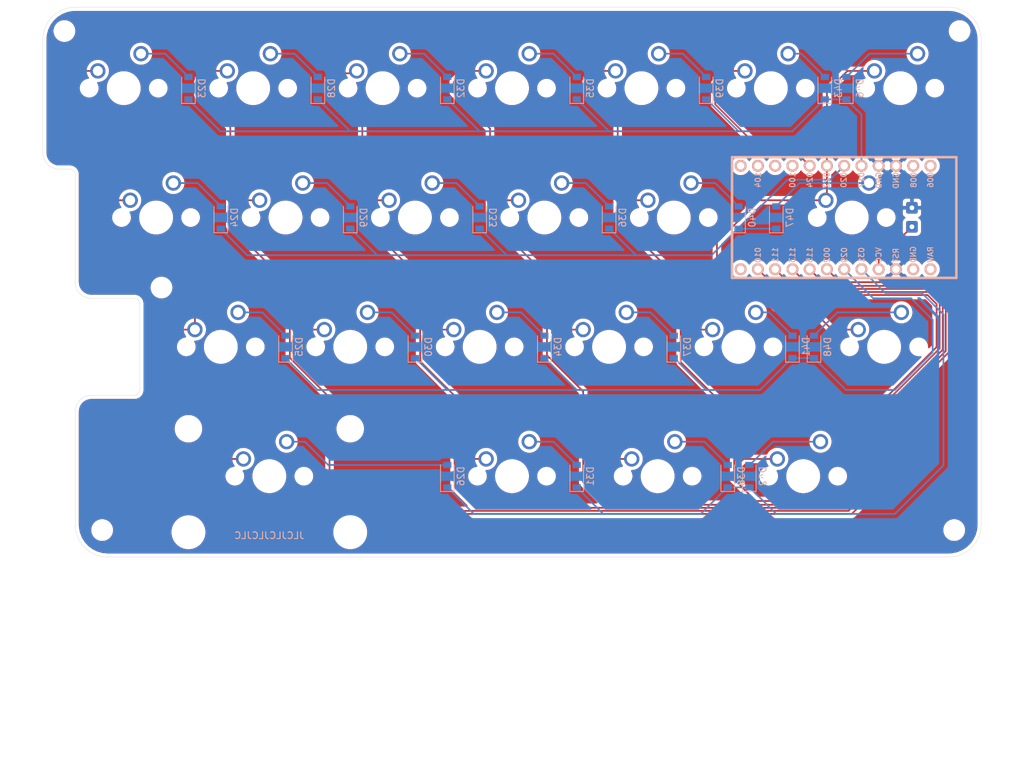
<source format=kicad_pcb>
(kicad_pcb (version 20171130) (host pcbnew 5.1.9)
  (layers (0 F.Cu signal) (31 B.Cu signal) (34 B.Paste user) (35 F.Paste user) (36 B.SilkS user) (37 F.SilkS user) (38 B.Mask user) (39 F.Mask user) (44 Edge.Cuts user))
  (net 0 "")
  (net 1 "Net-(D23-Pad2)")
  (net 2 RRow1)
  (net 3 "Net-(D24-Pad2)")
  (net 4 RRow2)
  (net 5 "Net-(D25-Pad2)")
  (net 6 RRow3)
  (net 7 "Net-(D26-Pad2)")
  (net 8 RRow4)
  (net 9 "Net-(D28-Pad2)")
  (net 10 "Net-(D29-Pad2)")
  (net 11 "Net-(D30-Pad2)")
  (net 12 "Net-(D31-Pad2)")
  (net 13 "Net-(D32-Pad2)")
  (net 14 "Net-(D33-Pad2)")
  (net 15 "Net-(D34-Pad2)")
  (net 16 "Net-(D35-Pad2)")
  (net 17 "Net-(D36-Pad2)")
  (net 18 "Net-(D37-Pad2)")
  (net 19 "Net-(D38-Pad2)")
  (net 20 "Net-(D39-Pad2)")
  (net 21 "Net-(D40-Pad2)")
  (net 22 "Net-(D41-Pad2)")
  (net 23 "Net-(D42-Pad2)")
  (net 24 "Net-(D43-Pad2)")
  (net 25 "Net-(D46-Pad2)")
  (net 26 "Net-(D47-Pad2)")
  (net 27 "Net-(D48-Pad2)")
  (net 28 RCol1)
  (net 29 RCol5)
  (net 30 RCol3)
  (net 31 RCol7)
  (net 32 RCol2)
  (net 33 RCol4)
  (net 34 RCol6)
  (net 35 "Net-(U2-Pad1)")
  (net 36 "Net-(U2-Pad2)")
  (net 37 "Net-(U2-Pad9)")
  (net 38 "Net-(U2-Pad10)")
  (net 39 "Net-(U2-Pad11)")
  (net 40 "Net-(U2-Pad13)")
  (net 41 "Net-(U2-Pad23)")
  (net 42 "Net-(U2-Pad12)")
  (net 43 "Net-(U2-Pad24)")
  (net 44 RGND)
  (net 45 "Net-(RReset1-Pad1)")
  (module split45:rightpaw (layer F.Cu) (at 146.84375 82.55)
    (fp_text reference G*** hide)
    (fp_text value LOGO hide)
  )
  (module split45:leftpaw (layer F.Cu) (at 67.46875 127)
    (fp_text reference G*** hide)
    (fp_text value LOGO hide)
  )
  (module split45:leftpaw (layer F.Cu) (at 46.0375 103.98125)
    (fp_text reference G*** hide)
    (fp_text value LOGO hide)
  )
  (module split45:leftpaw (layer F.Cu) (at 43.65625 100.0125)
    (fp_text reference G*** hide)
    (fp_text value LOGO hide)
  )
  (module MountingHole:MountingHole_2.2mm_M2 (layer F.Cu) (at 34.13125 55.5625)
    (fp_text reference REF** hide)
    (fp_text value MountingHole_2.2mm_M2)
    (pad 1 np_thru_hole circle (at 0 0) (size 2.2 2.2) (drill 2.2) (layers *.Cu *.Mask))
  )
  (module MountingHole:MountingHole_2.2mm_M2 (layer F.Cu) (at 19.84375 17.78)
    (fp_text reference REF** hide)
    (fp_text value MountingHole_2.2mm_M2)
    (pad 1 np_thru_hole circle (at 0 0) (size 2.2 2.2) (drill 2.2) (layers *.Cu *.Mask))
  )
  (module MountingHole:MountingHole_2.2mm_M2 (layer F.Cu) (at 151.60625 17.78)
    (fp_text reference REF** hide)
    (fp_text value MountingHole_2.2mm_M2)
    (pad 1 np_thru_hole circle (at 0 0) (size 2.2 2.2) (drill 2.2) (layers *.Cu *.Mask))
  )
  (module MountingHole:MountingHole_2.2mm_M2 (layer F.Cu) (at 150.8125 91.28125)
    (fp_text reference REF** hide)
    (fp_text value MountingHole_2.2mm_M2)
    (pad 1 np_thru_hole circle (at 0 0) (size 2.2 2.2) (drill 2.2) (layers *.Cu *.Mask))
  )
  (module MountingHole:MountingHole_2.2mm_M2 (layer F.Cu) (at 25.4 91.28125)
    (fp_text reference REF** hide)
    (fp_text value MountingHole_2.2mm_M2)
    (pad 1 np_thru_hole circle (at 0 0) (size 2.2 2.2) (drill 2.2) (layers *.Cu *.Mask))
  )
  (module Connector_Wire:SolderWire-0.15sqmm_1x01_D0.5mm_OD1.5mm (layer F.Cu) (at 144.5895 46.609)
    (fp_text reference RReset1 hide)
    (fp_text value Conn_01x01_Female)
    (pad 1 thru_hole roundrect (at 0 0) (size 1.7 1.7) (drill 0.7) (layers *.Cu *.Mask) (roundrect_rratio 0.1470588235294118) (net 45 "Net-(RReset1-Pad1)"))
  )
  (module Connector_Wire:SolderWire-0.15sqmm_1x01_D0.5mm_OD1.5mm (layer F.Cu) (at 144.5895 43.815)
    (fp_text reference RGND1 hide)
    (fp_text value Conn_01x01_Female)
    (pad 1 thru_hole roundrect (at 0 0) (size 1.7 1.7) (drill 0.7) (layers *.Cu *.Mask) (roundrect_rratio 0.1470588235294118) (net 44 RGND))
  )
  (module nice-nano-kicad:nice_nano (layer F.Cu) (at 133.35 45.24375 180)
    (fp_text reference U2 hide)
    (fp_text value nice_nano hide)
    (fp_text user 008 (at -11.5 5.53719 90) (layer B.SilkS) (effects (font (size 0.8 0.8)) (justify mirror)))
    (fp_text user 020 (at -1.2 5.53719 90) (layer B.SilkS) (effects (font (size 0.8 0.8)) (justify mirror)))
    (fp_text user 017 (at -3.81 5.53719 90) (layer B.SilkS) (effects (font (size 0.8 0.8)) (justify mirror)))
    (fp_text user GND (at -6.35 5.461 90) (layer B.SilkS) (effects (font (size 0.8 0.8)) (justify mirror)))
    (fp_text user GND (at -8.89 5.461 90) (layer B.SilkS) (effects (font (size 0.8 0.8)) (justify mirror)))
    (fp_text user 022 (at 1.3 5.53719 90) (layer B.SilkS) (effects (font (size 0.8 0.8)) (justify mirror)))
    (fp_text user 024 (at 3.8 5.53719 90) (layer B.SilkS) (effects (font (size 0.8 0.8)) (justify mirror)))
    (fp_text user 100 (at 6.35 5.53719 90) (layer B.SilkS) (effects (font (size 0.8 0.8)) (justify mirror)))
    (fp_text user 104 (at 11.43 5.53719 90) (layer B.SilkS) (effects (font (size 0.8 0.8)) (justify mirror)))
    (fp_text user 111 (at 8.89 -5.537191 90) (layer B.SilkS) (effects (font (size 0.8 0.8)) (justify mirror)))
    (fp_text user 113 (at 6.35 -5.537191 90) (layer B.SilkS) (effects (font (size 0.8 0.8)) (justify mirror)))
    (fp_text user 031 (at -3.81 -5.537191 90) (layer B.SilkS) (effects (font (size 0.8 0.8)) (justify mirror)))
    (fp_text user VCC (at -6.35 -5.537191 90) (layer B.SilkS) (effects (font (size 0.8 0.8)) (justify mirror)))
    (fp_text user GND (at -11.43 -5.454667 90) (layer B.SilkS) (effects (font (size 0.8 0.8)) (justify mirror)))
    (fp_text user RAW (at -13.97 -5.473715 90) (layer B.SilkS) (effects (font (size 0.8 0.8)) (justify mirror)))
    (fp_text user 029 (at -1.27 -5.537191 90) (layer B.SilkS) (effects (font (size 0.8 0.8)) (justify mirror)))
    (fp_text user 002 (at 1.27 -5.537191 90) (layer B.SilkS) (effects (font (size 0.8 0.8)) (justify mirror)))
    (fp_text user 115 (at 3.81 -5.537191 90) (layer B.SilkS) (effects (font (size 0.8 0.8)) (justify mirror)))
    (fp_text user 010 (at 11.43 -5.537191 90) (layer B.SilkS) (effects (font (size 0.8 0.8)) (justify mirror)))
    (fp_text user 006 (at -13.97 5.53719 90) (layer B.SilkS) (effects (font (size 0.8 0.8)) (justify mirror)))
    (fp_text user RST (at -8.89 -5.588 90) (layer B.SilkS) (effects (font (size 0.8 0.8)) (justify mirror)))
    (pad 1 thru_hole circle (at -13.97 7.62 180) (size 1.7526 1.7526) (drill 1.0922) (layers *.Cu *.Mask B.SilkS) (net 35 "Net-(U2-Pad1)"))
    (pad 2 thru_hole circle (at -11.43 7.62 180) (size 1.7526 1.7526) (drill 1.0922) (layers *.Cu *.Mask B.SilkS) (net 36 "Net-(U2-Pad2)"))
    (pad 3 thru_hole circle (at -8.89 7.62 180) (size 1.7526 1.7526) (drill 1.0922) (layers *.Cu *.Mask B.SilkS) (net 44 RGND))
    (pad 4 thru_hole circle (at -6.35 7.62 180) (size 1.7526 1.7526) (drill 1.0922) (layers *.Cu *.Mask B.SilkS) (net 44 RGND))
    (pad 5 thru_hole circle (at -3.81 7.62 180) (size 1.7526 1.7526) (drill 1.0922) (layers *.Cu *.Mask B.SilkS) (net 2 RRow1))
    (pad 6 thru_hole circle (at -1.27 7.62 180) (size 1.7526 1.7526) (drill 1.0922) (layers *.Cu *.Mask B.SilkS) (net 4 RRow2))
    (pad 7 thru_hole circle (at 1.27 7.62 180) (size 1.7526 1.7526) (drill 1.0922) (layers *.Cu *.Mask B.SilkS) (net 31 RCol7))
    (pad 8 thru_hole circle (at 3.81 7.62 180) (size 1.7526 1.7526) (drill 1.0922) (layers *.Cu *.Mask B.SilkS) (net 34 RCol6))
    (pad 9 thru_hole circle (at 6.35 7.62 180) (size 1.7526 1.7526) (drill 1.0922) (layers *.Cu *.Mask B.SilkS) (net 37 "Net-(U2-Pad9)"))
    (pad 10 thru_hole circle (at 8.89 7.62 180) (size 1.7526 1.7526) (drill 1.0922) (layers *.Cu *.Mask B.SilkS) (net 38 "Net-(U2-Pad10)"))
    (pad 11 thru_hole circle (at 11.43 7.62 180) (size 1.7526 1.7526) (drill 1.0922) (layers *.Cu *.Mask B.SilkS) (net 39 "Net-(U2-Pad11)"))
    (pad 13 thru_hole circle (at 13.97 -7.62 180) (size 1.7526 1.7526) (drill 1.0922) (layers *.Cu *.Mask B.SilkS) (net 40 "Net-(U2-Pad13)"))
    (pad 14 thru_hole circle (at 11.43 -7.62 180) (size 1.7526 1.7526) (drill 1.0922) (layers *.Cu *.Mask B.SilkS) (net 29 RCol5))
    (pad 15 thru_hole circle (at 8.89 -7.62 180) (size 1.7526 1.7526) (drill 1.0922) (layers *.Cu *.Mask B.SilkS) (net 33 RCol4))
    (pad 16 thru_hole circle (at 6.35 -7.62 180) (size 1.7526 1.7526) (drill 1.0922) (layers *.Cu *.Mask B.SilkS) (net 30 RCol3))
    (pad 17 thru_hole circle (at 3.81 -7.62 180) (size 1.7526 1.7526) (drill 1.0922) (layers *.Cu *.Mask B.SilkS) (net 32 RCol2))
    (pad 18 thru_hole circle (at 1.27 -7.62 180) (size 1.7526 1.7526) (drill 1.0922) (layers *.Cu *.Mask B.SilkS) (net 28 RCol1))
    (pad 19 thru_hole circle (at -1.27 -7.62 180) (size 1.7526 1.7526) (drill 1.0922) (layers *.Cu *.Mask B.SilkS) (net 6 RRow3))
    (pad 20 thru_hole circle (at -3.81 -7.62 180) (size 1.7526 1.7526) (drill 1.0922) (layers *.Cu *.Mask B.SilkS) (net 8 RRow4))
    (pad 21 thru_hole circle (at -6.35 -7.62 180) (size 1.7526 1.7526) (drill 1.0922) (layers *.Cu *.Mask B.SilkS) (net 45 "Net-(RReset1-Pad1)"))
    (pad 22 thru_hole circle (at -8.89 -7.62 180) (size 1.7526 1.7526) (drill 1.0922) (layers *.Cu *.Mask B.SilkS) (net 44 RGND))
    (pad 23 thru_hole circle (at -11.43 -7.62 180) (size 1.7526 1.7526) (drill 1.0922) (layers *.Cu *.Mask B.SilkS) (net 41 "Net-(U2-Pad23)"))
    (pad 12 thru_hole circle (at 13.97 7.62 180) (size 1.7526 1.7526) (drill 1.0922) (layers *.Cu *.Mask B.SilkS) (net 42 "Net-(U2-Pad12)"))
    (pad 24 thru_hole circle (at -13.97 -7.62 180) (size 1.7526 1.7526) (drill 1.0922) (layers *.Cu *.Mask B.SilkS) (net 43 "Net-(U2-Pad24)"))
  )
  (module MX_Alps_Hybrid:MXOnly-1U-NoLED (layer F.Cu) (at 128.5875 83.34375)
    (fp_text reference MXR4,5)
    (fp_text value MX-NoLED)
    (pad 2 thru_hole circle (at 2.54 -5.08) (size 2.25 2.25) (drill 1.47) (layers *.Cu B.Mask) (net 23 "Net-(D42-Pad2)"))
    (pad "" np_thru_hole circle (at 0 0) (size 3.9878 3.9878) (drill 3.9878) (layers *.Cu *.Mask))
    (pad 1 thru_hole circle (at -3.81 -2.54) (size 2.25 2.25) (drill 1.47) (layers *.Cu B.Mask) (net 29 RCol5))
    (pad "" np_thru_hole circle (at -5.08 0 48.0996) (size 1.75 1.75) (drill 1.75) (layers *.Cu *.Mask))
    (pad "" np_thru_hole circle (at 5.08 0 48.0996) (size 1.75 1.75) (drill 1.75) (layers *.Cu *.Mask))
  )
  (module MX_Alps_Hybrid:MXOnly-1.25U-NoLED (layer F.Cu) (at 107.15625 83.34375)
    (fp_text reference MXR4,4)
    (fp_text value MX-NoLED)
    (pad 2 thru_hole circle (at 2.54 -5.08) (size 2.25 2.25) (drill 1.47) (layers *.Cu B.Mask) (net 19 "Net-(D38-Pad2)"))
    (pad "" np_thru_hole circle (at 0 0) (size 3.9878 3.9878) (drill 3.9878) (layers *.Cu *.Mask))
    (pad 1 thru_hole circle (at -3.81 -2.54) (size 2.25 2.25) (drill 1.47) (layers *.Cu B.Mask) (net 33 RCol4))
    (pad "" np_thru_hole circle (at -5.08 0 48.0996) (size 1.75 1.75) (drill 1.75) (layers *.Cu *.Mask))
    (pad "" np_thru_hole circle (at 5.08 0 48.0996) (size 1.75 1.75) (drill 1.75) (layers *.Cu *.Mask))
  )
  (module MX_Alps_Hybrid:MXOnly-2.75U-NoLED (layer F.Cu) (at 50.00625 83.34375)
    (fp_text reference MXR4,1)
    (fp_text value MX-NoLED)
    (pad 2 thru_hole circle (at 2.54 -5.08) (size 2.25 2.25) (drill 1.47) (layers *.Cu B.Mask) (net 7 "Net-(D26-Pad2)"))
    (pad "" np_thru_hole circle (at 0 0) (size 3.9878 3.9878) (drill 3.9878) (layers *.Cu *.Mask))
    (pad 1 thru_hole circle (at -3.81 -2.54) (size 2.25 2.25) (drill 1.47) (layers *.Cu B.Mask) (net 28 RCol1))
    (pad "" np_thru_hole circle (at -5.08 0 48.0996) (size 1.75 1.75) (drill 1.75) (layers *.Cu *.Mask))
    (pad "" np_thru_hole circle (at 5.08 0 48.0996) (size 1.75 1.75) (drill 1.75) (layers *.Cu *.Mask))
    (pad "" np_thru_hole circle (at -11.90625 -6.985) (size 3.048 3.048) (drill 3.048) (layers *.Cu *.Mask))
    (pad "" np_thru_hole circle (at 11.90625 -6.985) (size 3.048 3.048) (drill 3.048) (layers *.Cu *.Mask))
    (pad "" np_thru_hole circle (at -11.90625 8.255) (size 3.9878 3.9878) (drill 3.9878) (layers *.Cu *.Mask))
    (pad "" np_thru_hole circle (at 11.90625 8.255) (size 3.9878 3.9878) (drill 3.9878) (layers *.Cu *.Mask))
  )
  (module MX_Alps_Hybrid:MXOnly-1U-NoLED (layer F.Cu) (at 85.725 83.34375)
    (fp_text reference MXR4,3)
    (fp_text value MX-NoLED)
    (pad 2 thru_hole circle (at 2.54 -5.08) (size 2.25 2.25) (drill 1.47) (layers *.Cu B.Mask) (net 12 "Net-(D31-Pad2)"))
    (pad "" np_thru_hole circle (at 0 0) (size 3.9878 3.9878) (drill 3.9878) (layers *.Cu *.Mask))
    (pad 1 thru_hole circle (at -3.81 -2.54) (size 2.25 2.25) (drill 1.47) (layers *.Cu B.Mask) (net 30 RCol3))
    (pad "" np_thru_hole circle (at -5.08 0 48.0996) (size 1.75 1.75) (drill 1.75) (layers *.Cu *.Mask))
    (pad "" np_thru_hole circle (at 5.08 0 48.0996) (size 1.75 1.75) (drill 1.75) (layers *.Cu *.Mask))
  )
  (module MX_Alps_Hybrid:MXOnly-1U-NoLED (layer F.Cu) (at 100.0125 64.29375)
    (fp_text reference MXR3,4)
    (fp_text value MX-NoLED)
    (pad 2 thru_hole circle (at 2.54 -5.08) (size 2.25 2.25) (drill 1.47) (layers *.Cu B.Mask) (net 18 "Net-(D37-Pad2)"))
    (pad "" np_thru_hole circle (at 0 0) (size 3.9878 3.9878) (drill 3.9878) (layers *.Cu *.Mask))
    (pad 1 thru_hole circle (at -3.81 -2.54) (size 2.25 2.25) (drill 1.47) (layers *.Cu B.Mask) (net 33 RCol4))
    (pad "" np_thru_hole circle (at -5.08 0 48.0996) (size 1.75 1.75) (drill 1.75) (layers *.Cu *.Mask))
    (pad "" np_thru_hole circle (at 5.08 0 48.0996) (size 1.75 1.75) (drill 1.75) (layers *.Cu *.Mask))
  )
  (module MX_Alps_Hybrid:MXOnly-1U-NoLED (layer F.Cu) (at 119.0625 64.29375)
    (fp_text reference MXR3,5)
    (fp_text value MX-NoLED)
    (pad 2 thru_hole circle (at 2.54 -5.08) (size 2.25 2.25) (drill 1.47) (layers *.Cu B.Mask) (net 22 "Net-(D41-Pad2)"))
    (pad "" np_thru_hole circle (at 0 0) (size 3.9878 3.9878) (drill 3.9878) (layers *.Cu *.Mask))
    (pad 1 thru_hole circle (at -3.81 -2.54) (size 2.25 2.25) (drill 1.47) (layers *.Cu B.Mask) (net 29 RCol5))
    (pad "" np_thru_hole circle (at -5.08 0 48.0996) (size 1.75 1.75) (drill 1.75) (layers *.Cu *.Mask))
    (pad "" np_thru_hole circle (at 5.08 0 48.0996) (size 1.75 1.75) (drill 1.75) (layers *.Cu *.Mask))
  )
  (module MX_Alps_Hybrid:MXOnly-1.25U-NoLED (layer F.Cu) (at 140.49375 64.29375)
    (fp_text reference MXR3,7)
    (fp_text value MX-NoLED)
    (pad 2 thru_hole circle (at 2.54 -5.08) (size 2.25 2.25) (drill 1.47) (layers *.Cu B.Mask) (net 27 "Net-(D48-Pad2)"))
    (pad "" np_thru_hole circle (at 0 0) (size 3.9878 3.9878) (drill 3.9878) (layers *.Cu *.Mask))
    (pad 1 thru_hole circle (at -3.81 -2.54) (size 2.25 2.25) (drill 1.47) (layers *.Cu B.Mask) (net 31 RCol7))
    (pad "" np_thru_hole circle (at -5.08 0 48.0996) (size 1.75 1.75) (drill 1.75) (layers *.Cu *.Mask))
    (pad "" np_thru_hole circle (at 5.08 0 48.0996) (size 1.75 1.75) (drill 1.75) (layers *.Cu *.Mask))
  )
  (module MX_Alps_Hybrid:MXOnly-1U-NoLED (layer F.Cu) (at 80.9625 64.29375)
    (fp_text reference MXR3,3)
    (fp_text value MX-NoLED)
    (pad 2 thru_hole circle (at 2.54 -5.08) (size 2.25 2.25) (drill 1.47) (layers *.Cu B.Mask) (net 15 "Net-(D34-Pad2)"))
    (pad "" np_thru_hole circle (at 0 0) (size 3.9878 3.9878) (drill 3.9878) (layers *.Cu *.Mask))
    (pad 1 thru_hole circle (at -3.81 -2.54) (size 2.25 2.25) (drill 1.47) (layers *.Cu B.Mask) (net 30 RCol3))
    (pad "" np_thru_hole circle (at -5.08 0 48.0996) (size 1.75 1.75) (drill 1.75) (layers *.Cu *.Mask))
    (pad "" np_thru_hole circle (at 5.08 0 48.0996) (size 1.75 1.75) (drill 1.75) (layers *.Cu *.Mask))
  )
  (module MX_Alps_Hybrid:MXOnly-1U-NoLED (layer F.Cu) (at 61.9125 64.29375)
    (fp_text reference MXR3,2)
    (fp_text value MX-NoLED)
    (pad 2 thru_hole circle (at 2.54 -5.08) (size 2.25 2.25) (drill 1.47) (layers *.Cu B.Mask) (net 11 "Net-(D30-Pad2)"))
    (pad "" np_thru_hole circle (at 0 0) (size 3.9878 3.9878) (drill 3.9878) (layers *.Cu *.Mask))
    (pad 1 thru_hole circle (at -3.81 -2.54) (size 2.25 2.25) (drill 1.47) (layers *.Cu B.Mask) (net 32 RCol2))
    (pad "" np_thru_hole circle (at -5.08 0 48.0996) (size 1.75 1.75) (drill 1.75) (layers *.Cu *.Mask))
    (pad "" np_thru_hole circle (at 5.08 0 48.0996) (size 1.75 1.75) (drill 1.75) (layers *.Cu *.Mask))
  )
  (module MX_Alps_Hybrid:MXOnly-1U-NoLED (layer F.Cu) (at 42.8625 64.29375)
    (fp_text reference MXR3,1)
    (fp_text value MX-NoLED)
    (pad 2 thru_hole circle (at 2.54 -5.08) (size 2.25 2.25) (drill 1.47) (layers *.Cu B.Mask) (net 5 "Net-(D25-Pad2)"))
    (pad "" np_thru_hole circle (at 0 0) (size 3.9878 3.9878) (drill 3.9878) (layers *.Cu *.Mask))
    (pad 1 thru_hole circle (at -3.81 -2.54) (size 2.25 2.25) (drill 1.47) (layers *.Cu B.Mask) (net 28 RCol1))
    (pad "" np_thru_hole circle (at -5.08 0 48.0996) (size 1.75 1.75) (drill 1.75) (layers *.Cu *.Mask))
    (pad "" np_thru_hole circle (at 5.08 0 48.0996) (size 1.75 1.75) (drill 1.75) (layers *.Cu *.Mask))
  )
  (module MX_Alps_Hybrid:MXOnly-1U-NoLED (layer F.Cu) (at 52.3875 45.24375)
    (fp_text reference MXR2,2)
    (fp_text value MX-NoLED)
    (pad 2 thru_hole circle (at 2.54 -5.08) (size 2.25 2.25) (drill 1.47) (layers *.Cu B.Mask) (net 10 "Net-(D29-Pad2)"))
    (pad "" np_thru_hole circle (at 0 0) (size 3.9878 3.9878) (drill 3.9878) (layers *.Cu *.Mask))
    (pad 1 thru_hole circle (at -3.81 -2.54) (size 2.25 2.25) (drill 1.47) (layers *.Cu B.Mask) (net 32 RCol2))
    (pad "" np_thru_hole circle (at -5.08 0 48.0996) (size 1.75 1.75) (drill 1.75) (layers *.Cu *.Mask))
    (pad "" np_thru_hole circle (at 5.08 0 48.0996) (size 1.75 1.75) (drill 1.75) (layers *.Cu *.Mask))
  )
  (module MX_Alps_Hybrid:MXOnly-1.75U-NoLED (layer F.Cu) (at 135.73125 45.24375)
    (fp_text reference MXR2,7)
    (fp_text value MX-NoLED)
    (pad 2 thru_hole circle (at 2.54 -5.08) (size 2.25 2.25) (drill 1.47) (layers *.Cu B.Mask) (net 26 "Net-(D47-Pad2)"))
    (pad "" np_thru_hole circle (at 0 0) (size 3.9878 3.9878) (drill 3.9878) (layers *.Cu *.Mask))
    (pad 1 thru_hole circle (at -3.81 -2.54) (size 2.25 2.25) (drill 1.47) (layers *.Cu B.Mask) (net 31 RCol7))
    (pad "" np_thru_hole circle (at -5.08 0 48.0996) (size 1.75 1.75) (drill 1.75) (layers *.Cu *.Mask))
    (pad "" np_thru_hole circle (at 5.08 0 48.0996) (size 1.75 1.75) (drill 1.75) (layers *.Cu *.Mask))
  )
  (module MX_Alps_Hybrid:MXOnly-1U-NoLED (layer F.Cu) (at 33.3375 45.24375)
    (fp_text reference MXR2,1)
    (fp_text value MX-NoLED)
    (pad 2 thru_hole circle (at 2.54 -5.08) (size 2.25 2.25) (drill 1.47) (layers *.Cu B.Mask) (net 3 "Net-(D24-Pad2)"))
    (pad "" np_thru_hole circle (at 0 0) (size 3.9878 3.9878) (drill 3.9878) (layers *.Cu *.Mask))
    (pad 1 thru_hole circle (at -3.81 -2.54) (size 2.25 2.25) (drill 1.47) (layers *.Cu B.Mask) (net 28 RCol1))
    (pad "" np_thru_hole circle (at -5.08 0 48.0996) (size 1.75 1.75) (drill 1.75) (layers *.Cu *.Mask))
    (pad "" np_thru_hole circle (at 5.08 0 48.0996) (size 1.75 1.75) (drill 1.75) (layers *.Cu *.Mask))
  )
  (module MX_Alps_Hybrid:MXOnly-1U-NoLED (layer F.Cu) (at 109.5375 45.24375)
    (fp_text reference MXR2,5)
    (fp_text value MX-NoLED)
    (pad 2 thru_hole circle (at 2.54 -5.08) (size 2.25 2.25) (drill 1.47) (layers *.Cu B.Mask) (net 21 "Net-(D40-Pad2)"))
    (pad "" np_thru_hole circle (at 0 0) (size 3.9878 3.9878) (drill 3.9878) (layers *.Cu *.Mask))
    (pad 1 thru_hole circle (at -3.81 -2.54) (size 2.25 2.25) (drill 1.47) (layers *.Cu B.Mask) (net 29 RCol5))
    (pad "" np_thru_hole circle (at -5.08 0 48.0996) (size 1.75 1.75) (drill 1.75) (layers *.Cu *.Mask))
    (pad "" np_thru_hole circle (at 5.08 0 48.0996) (size 1.75 1.75) (drill 1.75) (layers *.Cu *.Mask))
  )
  (module MX_Alps_Hybrid:MXOnly-1U-NoLED (layer F.Cu) (at 90.4875 45.24375)
    (fp_text reference MXR2,4)
    (fp_text value MX-NoLED)
    (pad 2 thru_hole circle (at 2.54 -5.08) (size 2.25 2.25) (drill 1.47) (layers *.Cu B.Mask) (net 17 "Net-(D36-Pad2)"))
    (pad "" np_thru_hole circle (at 0 0) (size 3.9878 3.9878) (drill 3.9878) (layers *.Cu *.Mask))
    (pad 1 thru_hole circle (at -3.81 -2.54) (size 2.25 2.25) (drill 1.47) (layers *.Cu B.Mask) (net 33 RCol4))
    (pad "" np_thru_hole circle (at -5.08 0 48.0996) (size 1.75 1.75) (drill 1.75) (layers *.Cu *.Mask))
    (pad "" np_thru_hole circle (at 5.08 0 48.0996) (size 1.75 1.75) (drill 1.75) (layers *.Cu *.Mask))
  )
  (module MX_Alps_Hybrid:MXOnly-1U-NoLED (layer F.Cu) (at 71.4375 45.24375)
    (fp_text reference MXR2,3)
    (fp_text value MX-NoLED)
    (pad 2 thru_hole circle (at 2.54 -5.08) (size 2.25 2.25) (drill 1.47) (layers *.Cu B.Mask) (net 14 "Net-(D33-Pad2)"))
    (pad "" np_thru_hole circle (at 0 0) (size 3.9878 3.9878) (drill 3.9878) (layers *.Cu *.Mask))
    (pad 1 thru_hole circle (at -3.81 -2.54) (size 2.25 2.25) (drill 1.47) (layers *.Cu B.Mask) (net 30 RCol3))
    (pad "" np_thru_hole circle (at -5.08 0 48.0996) (size 1.75 1.75) (drill 1.75) (layers *.Cu *.Mask))
    (pad "" np_thru_hole circle (at 5.08 0 48.0996) (size 1.75 1.75) (drill 1.75) (layers *.Cu *.Mask))
  )
  (module MX_Alps_Hybrid:MXOnly-1U-NoLED (layer F.Cu) (at 123.825 26.19375)
    (fp_text reference MXR1,6)
    (fp_text value MX-NoLED)
    (pad 2 thru_hole circle (at 2.54 -5.08) (size 2.25 2.25) (drill 1.47) (layers *.Cu B.Mask) (net 24 "Net-(D43-Pad2)"))
    (pad "" np_thru_hole circle (at 0 0) (size 3.9878 3.9878) (drill 3.9878) (layers *.Cu *.Mask))
    (pad 1 thru_hole circle (at -3.81 -2.54) (size 2.25 2.25) (drill 1.47) (layers *.Cu B.Mask) (net 34 RCol6))
    (pad "" np_thru_hole circle (at -5.08 0 48.0996) (size 1.75 1.75) (drill 1.75) (layers *.Cu *.Mask))
    (pad "" np_thru_hole circle (at 5.08 0 48.0996) (size 1.75 1.75) (drill 1.75) (layers *.Cu *.Mask))
  )
  (module MX_Alps_Hybrid:MXOnly-1U-NoLED (layer F.Cu) (at 85.725 26.19375)
    (fp_text reference MXR1,4)
    (fp_text value MX-NoLED)
    (pad 2 thru_hole circle (at 2.54 -5.08) (size 2.25 2.25) (drill 1.47) (layers *.Cu B.Mask) (net 16 "Net-(D35-Pad2)"))
    (pad "" np_thru_hole circle (at 0 0) (size 3.9878 3.9878) (drill 3.9878) (layers *.Cu *.Mask))
    (pad 1 thru_hole circle (at -3.81 -2.54) (size 2.25 2.25) (drill 1.47) (layers *.Cu B.Mask) (net 33 RCol4))
    (pad "" np_thru_hole circle (at -5.08 0 48.0996) (size 1.75 1.75) (drill 1.75) (layers *.Cu *.Mask))
    (pad "" np_thru_hole circle (at 5.08 0 48.0996) (size 1.75 1.75) (drill 1.75) (layers *.Cu *.Mask))
  )
  (module MX_Alps_Hybrid:MXOnly-1U-NoLED (layer F.Cu) (at 47.625 26.19375)
    (fp_text reference MXR1,2)
    (fp_text value MX-NoLED)
    (pad 2 thru_hole circle (at 2.54 -5.08) (size 2.25 2.25) (drill 1.47) (layers *.Cu B.Mask) (net 9 "Net-(D28-Pad2)"))
    (pad "" np_thru_hole circle (at 0 0) (size 3.9878 3.9878) (drill 3.9878) (layers *.Cu *.Mask))
    (pad 1 thru_hole circle (at -3.81 -2.54) (size 2.25 2.25) (drill 1.47) (layers *.Cu B.Mask) (net 32 RCol2))
    (pad "" np_thru_hole circle (at -5.08 0 48.0996) (size 1.75 1.75) (drill 1.75) (layers *.Cu *.Mask))
    (pad "" np_thru_hole circle (at 5.08 0 48.0996) (size 1.75 1.75) (drill 1.75) (layers *.Cu *.Mask))
  )
  (module MX_Alps_Hybrid:MXOnly-1U-NoLED (layer F.Cu) (at 142.875 26.19375)
    (fp_text reference MXR1,7)
    (fp_text value MX-NoLED)
    (pad 2 thru_hole circle (at 2.54 -5.08) (size 2.25 2.25) (drill 1.47) (layers *.Cu B.Mask) (net 25 "Net-(D46-Pad2)"))
    (pad "" np_thru_hole circle (at 0 0) (size 3.9878 3.9878) (drill 3.9878) (layers *.Cu *.Mask))
    (pad 1 thru_hole circle (at -3.81 -2.54) (size 2.25 2.25) (drill 1.47) (layers *.Cu B.Mask) (net 31 RCol7))
    (pad "" np_thru_hole circle (at -5.08 0 48.0996) (size 1.75 1.75) (drill 1.75) (layers *.Cu *.Mask))
    (pad "" np_thru_hole circle (at 5.08 0 48.0996) (size 1.75 1.75) (drill 1.75) (layers *.Cu *.Mask))
  )
  (module MX_Alps_Hybrid:MXOnly-1U-NoLED (layer F.Cu) (at 66.675 26.19375)
    (fp_text reference MXR1,3)
    (fp_text value MX-NoLED)
    (pad 2 thru_hole circle (at 2.54 -5.08) (size 2.25 2.25) (drill 1.47) (layers *.Cu B.Mask) (net 13 "Net-(D32-Pad2)"))
    (pad "" np_thru_hole circle (at 0 0) (size 3.9878 3.9878) (drill 3.9878) (layers *.Cu *.Mask))
    (pad 1 thru_hole circle (at -3.81 -2.54) (size 2.25 2.25) (drill 1.47) (layers *.Cu B.Mask) (net 30 RCol3))
    (pad "" np_thru_hole circle (at -5.08 0 48.0996) (size 1.75 1.75) (drill 1.75) (layers *.Cu *.Mask))
    (pad "" np_thru_hole circle (at 5.08 0 48.0996) (size 1.75 1.75) (drill 1.75) (layers *.Cu *.Mask))
  )
  (module MX_Alps_Hybrid:MXOnly-1U-NoLED (layer F.Cu) (at 104.775 26.19375)
    (fp_text reference MXR1,5)
    (fp_text value MX-NoLED)
    (pad 2 thru_hole circle (at 2.54 -5.08) (size 2.25 2.25) (drill 1.47) (layers *.Cu B.Mask) (net 20 "Net-(D39-Pad2)"))
    (pad "" np_thru_hole circle (at 0 0) (size 3.9878 3.9878) (drill 3.9878) (layers *.Cu *.Mask))
    (pad 1 thru_hole circle (at -3.81 -2.54) (size 2.25 2.25) (drill 1.47) (layers *.Cu B.Mask) (net 29 RCol5))
    (pad "" np_thru_hole circle (at -5.08 0 48.0996) (size 1.75 1.75) (drill 1.75) (layers *.Cu *.Mask))
    (pad "" np_thru_hole circle (at 5.08 0 48.0996) (size 1.75 1.75) (drill 1.75) (layers *.Cu *.Mask))
  )
  (module MX_Alps_Hybrid:MXOnly-1U-NoLED (layer F.Cu) (at 28.575 26.19375)
    (fp_text reference MXR1,1)
    (fp_text value MX-NoLED)
    (pad 2 thru_hole circle (at 2.54 -5.08) (size 2.25 2.25) (drill 1.47) (layers *.Cu B.Mask) (net 1 "Net-(D23-Pad2)"))
    (pad "" np_thru_hole circle (at 0 0) (size 3.9878 3.9878) (drill 3.9878) (layers *.Cu *.Mask))
    (pad 1 thru_hole circle (at -3.81 -2.54) (size 2.25 2.25) (drill 1.47) (layers *.Cu B.Mask) (net 28 RCol1))
    (pad "" np_thru_hole circle (at -5.08 0 48.0996) (size 1.75 1.75) (drill 1.75) (layers *.Cu *.Mask))
    (pad "" np_thru_hole circle (at 5.08 0 48.0996) (size 1.75 1.75) (drill 1.75) (layers *.Cu *.Mask))
  )
  (module Diode_SMD:D_SOD-123 (layer B.Cu) (at 130.175 64.29375 90)
    (fp_text reference D48 (at 0 2 90) (layer B.SilkS) (effects (justify mirror)))
    (fp_text value D_SOD-123)
    (pad 2 smd rect (at 1.65 0 90) (size 0.9 1.2) (layers B.Cu B.Paste B.Mask) (net 27 "Net-(D48-Pad2)"))
    (pad 1 smd rect (at -1.65 0 90) (size 0.9 1.2) (layers B.Cu B.Paste B.Mask) (net 6 RRow3))
  )
  (module Diode_SMD:D_SOD-123 (layer B.Cu) (at 124.61875 45.24375 90)
    (fp_text reference D47 (at 0 2 90) (layer B.SilkS) (effects (justify mirror)))
    (fp_text value D_SOD-123)
    (pad 2 smd rect (at 1.65 0 90) (size 0.9 1.2) (layers B.Cu B.Paste B.Mask) (net 26 "Net-(D47-Pad2)"))
    (pad 1 smd rect (at -1.65 0 90) (size 0.9 1.2) (layers B.Cu B.Paste B.Mask) (net 4 RRow2))
  )
  (module Diode_SMD:D_SOD-123 (layer B.Cu) (at 134.9375 26.19375 90)
    (fp_text reference D46 (at 0 2 90) (layer B.SilkS) (effects (justify mirror)))
    (fp_text value D_SOD-123)
    (pad 2 smd rect (at 1.65 0 90) (size 0.9 1.2) (layers B.Cu B.Paste B.Mask) (net 25 "Net-(D46-Pad2)"))
    (pad 1 smd rect (at -1.65 0 90) (size 0.9 1.2) (layers B.Cu B.Paste B.Mask) (net 2 RRow1))
  )
  (module Diode_SMD:D_SOD-123 (layer B.Cu) (at 131.7625 26.19375 90)
    (fp_text reference D43 (at 0 2 90) (layer B.SilkS) (effects (justify mirror)))
    (fp_text value D_SOD-123)
    (pad 2 smd rect (at 1.65 0 90) (size 0.9 1.2) (layers B.Cu B.Paste B.Mask) (net 24 "Net-(D43-Pad2)"))
    (pad 1 smd rect (at -1.65 0 90) (size 0.9 1.2) (layers B.Cu B.Paste B.Mask) (net 2 RRow1))
  )
  (module Diode_SMD:D_SOD-123 (layer B.Cu) (at 120.65 83.34375 90)
    (fp_text reference D42 (at 0 2 90) (layer B.SilkS) (effects (justify mirror)))
    (fp_text value D_SOD-123)
    (pad 2 smd rect (at 1.65 0 90) (size 0.9 1.2) (layers B.Cu B.Paste B.Mask) (net 23 "Net-(D42-Pad2)"))
    (pad 1 smd rect (at -1.65 0 90) (size 0.9 1.2) (layers B.Cu B.Paste B.Mask) (net 8 RRow4))
  )
  (module Diode_SMD:D_SOD-123 (layer B.Cu) (at 127 64.29375 90)
    (fp_text reference D41 (at 0 2 90) (layer B.SilkS) (effects (justify mirror)))
    (fp_text value D_SOD-123)
    (pad 2 smd rect (at 1.65 0 90) (size 0.9 1.2) (layers B.Cu B.Paste B.Mask) (net 22 "Net-(D41-Pad2)"))
    (pad 1 smd rect (at -1.65 0 90) (size 0.9 1.2) (layers B.Cu B.Paste B.Mask) (net 6 RRow3))
  )
  (module Diode_SMD:D_SOD-123 (layer B.Cu) (at 119.0625 45.24375 90)
    (fp_text reference D40 (at 0 2 90) (layer B.SilkS) (effects (justify mirror)))
    (fp_text value D_SOD-123)
    (pad 2 smd rect (at 1.65 0 90) (size 0.9 1.2) (layers B.Cu B.Paste B.Mask) (net 21 "Net-(D40-Pad2)"))
    (pad 1 smd rect (at -1.65 0 90) (size 0.9 1.2) (layers B.Cu B.Paste B.Mask) (net 4 RRow2))
  )
  (module Diode_SMD:D_SOD-123 (layer B.Cu) (at 114.3 26.19375 90)
    (fp_text reference D39 (at 0 2 90) (layer B.SilkS) (effects (justify mirror)))
    (fp_text value D_SOD-123)
    (pad 2 smd rect (at 1.65 0 90) (size 0.9 1.2) (layers B.Cu B.Paste B.Mask) (net 20 "Net-(D39-Pad2)"))
    (pad 1 smd rect (at -1.65 0 90) (size 0.9 1.2) (layers B.Cu B.Paste B.Mask) (net 2 RRow1))
  )
  (module Diode_SMD:D_SOD-123 (layer B.Cu) (at 117.475 83.34375 90)
    (fp_text reference D38 (at 0 2 90) (layer B.SilkS) (effects (justify mirror)))
    (fp_text value D_SOD-123)
    (pad 2 smd rect (at 1.65 0 90) (size 0.9 1.2) (layers B.Cu B.Paste B.Mask) (net 19 "Net-(D38-Pad2)"))
    (pad 1 smd rect (at -1.65 0 90) (size 0.9 1.2) (layers B.Cu B.Paste B.Mask) (net 8 RRow4))
  )
  (module Diode_SMD:D_SOD-123 (layer B.Cu) (at 109.5375 64.29375 90)
    (fp_text reference D37 (at 0 2 90) (layer B.SilkS) (effects (justify mirror)))
    (fp_text value D_SOD-123)
    (pad 2 smd rect (at 1.65 0 90) (size 0.9 1.2) (layers B.Cu B.Paste B.Mask) (net 18 "Net-(D37-Pad2)"))
    (pad 1 smd rect (at -1.65 0 90) (size 0.9 1.2) (layers B.Cu B.Paste B.Mask) (net 6 RRow3))
  )
  (module Diode_SMD:D_SOD-123 (layer B.Cu) (at 100.0125 45.24375 90)
    (fp_text reference D36 (at 0 2 90) (layer B.SilkS) (effects (justify mirror)))
    (fp_text value D_SOD-123)
    (pad 2 smd rect (at 1.65 0 90) (size 0.9 1.2) (layers B.Cu B.Paste B.Mask) (net 17 "Net-(D36-Pad2)"))
    (pad 1 smd rect (at -1.65 0 90) (size 0.9 1.2) (layers B.Cu B.Paste B.Mask) (net 4 RRow2))
  )
  (module Diode_SMD:D_SOD-123 (layer B.Cu) (at 95.25 26.19375 90)
    (fp_text reference D35 (at 0 2 90) (layer B.SilkS) (effects (justify mirror)))
    (fp_text value D_SOD-123)
    (pad 2 smd rect (at 1.65 0 90) (size 0.9 1.2) (layers B.Cu B.Paste B.Mask) (net 16 "Net-(D35-Pad2)"))
    (pad 1 smd rect (at -1.65 0 90) (size 0.9 1.2) (layers B.Cu B.Paste B.Mask) (net 2 RRow1))
  )
  (module Diode_SMD:D_SOD-123 (layer B.Cu) (at 90.4875 64.29375 90)
    (fp_text reference D34 (at 0 2 90) (layer B.SilkS) (effects (justify mirror)))
    (fp_text value D_SOD-123)
    (pad 2 smd rect (at 1.65 0 90) (size 0.9 1.2) (layers B.Cu B.Paste B.Mask) (net 15 "Net-(D34-Pad2)"))
    (pad 1 smd rect (at -1.65 0 90) (size 0.9 1.2) (layers B.Cu B.Paste B.Mask) (net 6 RRow3))
  )
  (module Diode_SMD:D_SOD-123 (layer B.Cu) (at 80.9625 45.24375 90)
    (fp_text reference D33 (at 0 2 90) (layer B.SilkS) (effects (justify mirror)))
    (fp_text value D_SOD-123)
    (pad 2 smd rect (at 1.65 0 90) (size 0.9 1.2) (layers B.Cu B.Paste B.Mask) (net 14 "Net-(D33-Pad2)"))
    (pad 1 smd rect (at -1.65 0 90) (size 0.9 1.2) (layers B.Cu B.Paste B.Mask) (net 4 RRow2))
  )
  (module Diode_SMD:D_SOD-123 (layer B.Cu) (at 76.2 26.19375 90)
    (fp_text reference D32 (at 0 2 90) (layer B.SilkS) (effects (justify mirror)))
    (fp_text value D_SOD-123)
    (pad 2 smd rect (at 1.65 0 90) (size 0.9 1.2) (layers B.Cu B.Paste B.Mask) (net 13 "Net-(D32-Pad2)"))
    (pad 1 smd rect (at -1.65 0 90) (size 0.9 1.2) (layers B.Cu B.Paste B.Mask) (net 2 RRow1))
  )
  (module Diode_SMD:D_SOD-123 (layer B.Cu) (at 95.25 83.34375 90)
    (fp_text reference D31 (at 0 2 90) (layer B.SilkS) (effects (justify mirror)))
    (fp_text value D_SOD-123)
    (pad 2 smd rect (at 1.65 0 90) (size 0.9 1.2) (layers B.Cu B.Paste B.Mask) (net 12 "Net-(D31-Pad2)"))
    (pad 1 smd rect (at -1.65 0 90) (size 0.9 1.2) (layers B.Cu B.Paste B.Mask) (net 8 RRow4))
  )
  (module Diode_SMD:D_SOD-123 (layer B.Cu) (at 71.4375 64.29375 90)
    (fp_text reference D30 (at 0 2 90) (layer B.SilkS) (effects (justify mirror)))
    (fp_text value D_SOD-123)
    (pad 2 smd rect (at 1.65 0 90) (size 0.9 1.2) (layers B.Cu B.Paste B.Mask) (net 11 "Net-(D30-Pad2)"))
    (pad 1 smd rect (at -1.65 0 90) (size 0.9 1.2) (layers B.Cu B.Paste B.Mask) (net 6 RRow3))
  )
  (module Diode_SMD:D_SOD-123 (layer B.Cu) (at 61.9125 45.24375 90)
    (fp_text reference D29 (at 0 2 90) (layer B.SilkS) (effects (justify mirror)))
    (fp_text value D_SOD-123)
    (pad 2 smd rect (at 1.65 0 90) (size 0.9 1.2) (layers B.Cu B.Paste B.Mask) (net 10 "Net-(D29-Pad2)"))
    (pad 1 smd rect (at -1.65 0 90) (size 0.9 1.2) (layers B.Cu B.Paste B.Mask) (net 4 RRow2))
  )
  (module Diode_SMD:D_SOD-123 (layer B.Cu) (at 57.15 26.19375 90)
    (fp_text reference D28 (at 0 2 90) (layer B.SilkS) (effects (justify mirror)))
    (fp_text value D_SOD-123)
    (pad 2 smd rect (at 1.65 0 90) (size 0.9 1.2) (layers B.Cu B.Paste B.Mask) (net 9 "Net-(D28-Pad2)"))
    (pad 1 smd rect (at -1.65 0 90) (size 0.9 1.2) (layers B.Cu B.Paste B.Mask) (net 2 RRow1))
  )
  (module Diode_SMD:D_SOD-123 (layer B.Cu) (at 76.2 83.34375 90)
    (fp_text reference D26 (at 0 2 90) (layer B.SilkS) (effects (justify mirror)))
    (fp_text value D_SOD-123)
    (pad 2 smd rect (at 1.65 0 90) (size 0.9 1.2) (layers B.Cu B.Paste B.Mask) (net 7 "Net-(D26-Pad2)"))
    (pad 1 smd rect (at -1.65 0 90) (size 0.9 1.2) (layers B.Cu B.Paste B.Mask) (net 8 RRow4))
  )
  (module Diode_SMD:D_SOD-123 (layer B.Cu) (at 52.3875 64.29375 90)
    (fp_text reference D25 (at 0 2 90) (layer B.SilkS) (effects (justify mirror)))
    (fp_text value D_SOD-123)
    (pad 2 smd rect (at 1.65 0 90) (size 0.9 1.2) (layers B.Cu B.Paste B.Mask) (net 5 "Net-(D25-Pad2)"))
    (pad 1 smd rect (at -1.65 0 90) (size 0.9 1.2) (layers B.Cu B.Paste B.Mask) (net 6 RRow3))
  )
  (module Diode_SMD:D_SOD-123 (layer B.Cu) (at 42.8625 45.24375 90)
    (fp_text reference D24 (at 0 2 90) (layer B.SilkS) (effects (justify mirror)))
    (fp_text value D_SOD-123)
    (pad 2 smd rect (at 1.65 0 90) (size 0.9 1.2) (layers B.Cu B.Paste B.Mask) (net 3 "Net-(D24-Pad2)"))
    (pad 1 smd rect (at -1.65 0 90) (size 0.9 1.2) (layers B.Cu B.Paste B.Mask) (net 4 RRow2))
  )
  (module Diode_SMD:D_SOD-123 (layer B.Cu) (at 38.1 26.19375 90)
    (fp_text reference D23 (at 0 2 90) (layer B.SilkS) (effects (justify mirror)))
    (fp_text value D_SOD-123)
    (pad 2 smd rect (at 1.65 0 90) (size 0.9 1.2) (layers B.Cu B.Paste B.Mask) (net 1 "Net-(D23-Pad2)"))
    (pad 1 smd rect (at -1.65 0 90) (size 0.9 1.2) (layers B.Cu B.Paste B.Mask) (net 2 RRow1))
  )
  (gr_text JLCJLCJLCJLC (at 50.00625 92.075) (layer B.SilkS) (effects (font (size 1 1)) (justify mirror)))
  (gr_arc (start 20.6375 38.89375) (end 21.43125 38.89375) (angle -90) (layer Edge.Cuts) (width 0.05))
  (gr_arc (start 30.1625 70.64375) (end 30.1625 71.4375) (angle -90) (layer Edge.Cuts) (width 0.05))
  (gr_arc (start 30.1625 57.94375) (end 30.95625 57.94375) (angle -90) (layer Edge.Cuts) (width 0.05))
  (gr_line (start 21.43125 73.81875) (end 21.43125 90.4875) (layer Edge.Cuts) (width 0.05))
  (gr_line (start 23.8125 71.4375) (end 30.1625 71.4375) (layer Edge.Cuts) (width 0.05))
  (gr_line (start 30.95625 57.94375) (end 30.95625 70.64375) (layer Edge.Cuts) (width 0.05))
  (gr_line (start 23.8125 57.15) (end 30.1625 57.15) (layer Edge.Cuts) (width 0.05))
  (gr_line (start 16.66875 19.05) (end 16.66875 35.71875) (layer Edge.Cuts) (width 0.05))
  (gr_line (start 21.43125 54.76875) (end 21.43125 38.89375) (layer Edge.Cuts) (width 0.05))
  (gr_line (start 19.05 38.1) (end 20.6375 38.1) (layer Edge.Cuts) (width 0.05))
  (gr_arc (start 23.8125 73.81875) (end 23.8125 71.4375) (angle -90) (layer Edge.Cuts) (width 0.05))
  (gr_arc (start 23.8125 54.76875) (end 21.43125 54.76875) (angle -90) (layer Edge.Cuts) (width 0.05))
  (gr_arc (start 19.05 35.71875) (end 16.66875 35.71875) (angle -90) (layer Edge.Cuts) (width 0.05))
  (gr_line (start 21.43125 14.2875) (end 150.01875 14.2875) (layer Edge.Cuts) (width 0.05))
  (gr_line (start 150.01875 95.25) (end 26.19375 95.25) (layer Edge.Cuts) (width 0.05))
  (gr_line (start 154.78125 19.05) (end 154.78125 90.4875) (layer Edge.Cuts) (width 0.05))
  (gr_arc (start 150.01875 19.05) (end 154.78125 19.05) (angle -90) (layer Edge.Cuts) (width 0.05))
  (gr_arc (start 150.01875 90.4875) (end 150.01875 95.25) (angle -90) (layer Edge.Cuts) (width 0.05))
  (gr_arc (start 26.19375 90.4875) (end 21.43125 90.4875) (angle -90) (layer Edge.Cuts) (width 0.05))
  (gr_arc (start 21.43125 19.05) (end 21.43125 14.2875) (angle -90) (layer Edge.Cuts) (width 0.05))
  (segment (start 34.67 21.11375) (end 38.1 24.54375) (width 0.25) (layer B.Cu) (net 1))
  (segment (start 31.115 21.11375) (end 34.67 21.11375) (width 0.25) (layer B.Cu) (net 1))
  (segment (start 131.7625 27.84375) (end 134.9375 27.84375) (width 0.25) (layer B.Cu) (net 2))
  (segment (start 42.8 32.54375) (end 38.1 27.84375) (width 0.25) (layer B.Cu) (net 2))
  (segment (start 57.2125 27.84375) (end 61.9125 32.54375) (width 0.25) (layer B.Cu) (net 2))
  (segment (start 57.15 27.84375) (end 57.2125 27.84375) (width 0.25) (layer B.Cu) (net 2))
  (segment (start 61.9125 32.54375) (end 42.8 32.54375) (width 0.25) (layer B.Cu) (net 2))
  (segment (start 76.2 27.84375) (end 76.2625 27.84375) (width 0.25) (layer B.Cu) (net 2))
  (segment (start 76.2625 27.84375) (end 80.9625 32.54375) (width 0.25) (layer B.Cu) (net 2))
  (segment (start 80.9625 32.54375) (end 61.9125 32.54375) (width 0.25) (layer B.Cu) (net 2))
  (segment (start 95.25 27.84375) (end 95.3125 27.84375) (width 0.25) (layer B.Cu) (net 2))
  (segment (start 95.3125 27.84375) (end 100.0125 32.54375) (width 0.25) (layer B.Cu) (net 2))
  (segment (start 114.3 27.84375) (end 114.3625 27.84375) (width 0.25) (layer B.Cu) (net 2))
  (segment (start 119.0625 32.54375) (end 80.9625 32.54375) (width 0.25) (layer B.Cu) (net 2))
  (segment (start 114.3625 27.84375) (end 119.0625 32.54375) (width 0.25) (layer B.Cu) (net 2))
  (segment (start 131.7 27.84375) (end 127 32.54375) (width 0.25) (layer B.Cu) (net 2))
  (segment (start 131.7625 27.84375) (end 131.7 27.84375) (width 0.25) (layer B.Cu) (net 2))
  (segment (start 127 32.54375) (end 119.0625 32.54375) (width 0.25) (layer B.Cu) (net 2))
  (segment (start 137.16 30.06625) (end 134.9375 27.84375) (width 0.25) (layer B.Cu) (net 2))
  (segment (start 137.16 37.62375) (end 137.16 30.06625) (width 0.25) (layer B.Cu) (net 2))
  (segment (start 39.4325 40.16375) (end 42.8625 43.59375) (width 0.25) (layer B.Cu) (net 3))
  (segment (start 35.8775 40.16375) (end 39.4325 40.16375) (width 0.25) (layer B.Cu) (net 3))
  (segment (start 119.0625 46.89375) (end 124.61875 46.89375) (width 0.25) (layer B.Cu) (net 4))
  (segment (start 119.0625 46.89375) (end 119 46.89375) (width 0.25) (layer B.Cu) (net 4))
  (segment (start 119 46.89375) (end 115.09375 50.8) (width 0.25) (layer B.Cu) (net 4))
  (segment (start 46.76875 50.8) (end 42.8625 46.89375) (width 0.25) (layer B.Cu) (net 4))
  (segment (start 61.975 46.89375) (end 65.88125 50.8) (width 0.25) (layer B.Cu) (net 4))
  (segment (start 61.9125 46.89375) (end 61.975 46.89375) (width 0.25) (layer B.Cu) (net 4))
  (segment (start 65.88125 50.8) (end 46.76875 50.8) (width 0.25) (layer B.Cu) (net 4))
  (segment (start 80.9625 46.89375) (end 81.025 46.89375) (width 0.25) (layer B.Cu) (net 4))
  (segment (start 81.025 46.89375) (end 84.93125 50.8) (width 0.25) (layer B.Cu) (net 4))
  (segment (start 100.075 46.89375) (end 103.98125 50.8) (width 0.25) (layer B.Cu) (net 4))
  (segment (start 103.98125 50.8) (end 65.88125 50.8) (width 0.25) (layer B.Cu) (net 4))
  (segment (start 100.0125 46.89375) (end 100.075 46.89375) (width 0.25) (layer B.Cu) (net 4))
  (segment (start 115.09375 50.8) (end 103.98125 50.8) (width 0.25) (layer B.Cu) (net 4))
  (segment (start 134.62 37.62375) (end 132.55625 39.6875) (width 0.25) (layer B.Cu) (net 4))
  (segment (start 126.26875 39.6875) (end 119.0625 46.89375) (width 0.25) (layer B.Cu) (net 4))
  (segment (start 132.55625 39.6875) (end 126.26875 39.6875) (width 0.25) (layer B.Cu) (net 4))
  (segment (start 48.9575 59.21375) (end 52.3875 62.64375) (width 0.25) (layer B.Cu) (net 5))
  (segment (start 45.4025 59.21375) (end 48.9575 59.21375) (width 0.25) (layer B.Cu) (net 5))
  (segment (start 127 65.94375) (end 130.175 65.94375) (width 0.25) (layer B.Cu) (net 6))
  (segment (start 127 65.94375) (end 126.9375 65.94375) (width 0.25) (layer B.Cu) (net 6))
  (segment (start 126.9375 65.94375) (end 122.2375 70.64375) (width 0.25) (layer B.Cu) (net 6))
  (segment (start 57.0875 70.64375) (end 52.3875 65.94375) (width 0.25) (layer B.Cu) (net 6))
  (segment (start 71.4375 65.94375) (end 71.5 65.94375) (width 0.25) (layer B.Cu) (net 6))
  (segment (start 71.5 65.94375) (end 76.2 70.64375) (width 0.25) (layer B.Cu) (net 6))
  (segment (start 76.2 70.64375) (end 57.0875 70.64375) (width 0.25) (layer B.Cu) (net 6))
  (segment (start 90.4875 65.94375) (end 90.55 65.94375) (width 0.25) (layer B.Cu) (net 6))
  (segment (start 90.55 65.94375) (end 95.25 70.64375) (width 0.25) (layer B.Cu) (net 6))
  (segment (start 109.6 65.94375) (end 114.3 70.64375) (width 0.25) (layer B.Cu) (net 6))
  (segment (start 109.5375 65.94375) (end 109.6 65.94375) (width 0.25) (layer B.Cu) (net 6))
  (segment (start 114.3 70.64375) (end 76.2 70.64375) (width 0.25) (layer B.Cu) (net 6))
  (segment (start 122.2375 70.64375) (end 114.3 70.64375) (width 0.25) (layer B.Cu) (net 6))
  (segment (start 134.62 52.86375) (end 138.90625 57.15) (width 0.25) (layer B.Cu) (net 6))
  (segment (start 138.90625 57.15) (end 144.4625 57.15) (width 0.25) (layer B.Cu) (net 6))
  (segment (start 144.4625 57.15) (end 147.6375 60.325) (width 0.25) (layer B.Cu) (net 6))
  (segment (start 147.6375 60.325) (end 147.6375 65.0875) (width 0.25) (layer B.Cu) (net 6))
  (segment (start 147.6375 65.0875) (end 142.08125 70.64375) (width 0.25) (layer B.Cu) (net 6))
  (segment (start 134.875 70.64375) (end 130.175 65.94375) (width 0.25) (layer B.Cu) (net 6))
  (segment (start 142.08125 70.64375) (end 134.875 70.64375) (width 0.25) (layer B.Cu) (net 6))
  (segment (start 52.54625 78.26375) (end 55.245 78.26375) (width 0.25) (layer B.Cu) (net 7))
  (segment (start 58.675 81.69375) (end 76.2 81.69375) (width 0.25) (layer B.Cu) (net 7))
  (segment (start 55.245 78.26375) (end 58.675 81.69375) (width 0.25) (layer B.Cu) (net 7))
  (segment (start 117.475 84.99375) (end 120.65 84.99375) (width 0.25) (layer B.Cu) (net 8))
  (segment (start 117.475 84.99375) (end 117.4125 84.99375) (width 0.25) (layer B.Cu) (net 8))
  (segment (start 117.4125 84.99375) (end 113.50625 88.9) (width 0.25) (layer B.Cu) (net 8))
  (segment (start 99.15625 88.9) (end 95.25 84.99375) (width 0.25) (layer B.Cu) (net 8))
  (segment (start 113.50625 88.9) (end 99.15625 88.9) (width 0.25) (layer B.Cu) (net 8))
  (segment (start 80.10625 88.9) (end 76.2 84.99375) (width 0.25) (layer B.Cu) (net 8))
  (segment (start 99.15625 88.9) (end 80.10625 88.9) (width 0.25) (layer B.Cu) (net 8))
  (segment (start 137.16 52.86375) (end 140.6525 56.35625) (width 0.25) (layer B.Cu) (net 8))
  (segment (start 120.65 84.99375) (end 120.7125 84.99375) (width 0.25) (layer B.Cu) (net 8))
  (segment (start 120.7125 84.99375) (end 124.61875 88.9) (width 0.25) (layer B.Cu) (net 8))
  (segment (start 124.61875 88.9) (end 142.08125 88.9) (width 0.25) (layer B.Cu) (net 8))
  (segment (start 142.08125 88.9) (end 149.225 81.75625) (width 0.25) (layer B.Cu) (net 8))
  (segment (start 149.225 81.75625) (end 149.225 59.53125) (width 0.25) (layer B.Cu) (net 8))
  (segment (start 149.225 59.53125) (end 146.05 56.35625) (width 0.25) (layer B.Cu) (net 8))
  (segment (start 140.6525 56.35625) (end 146.05 56.35625) (width 0.25) (layer B.Cu) (net 8))
  (segment (start 53.72 21.11375) (end 57.15 24.54375) (width 0.25) (layer B.Cu) (net 9))
  (segment (start 50.165 21.11375) (end 53.72 21.11375) (width 0.25) (layer B.Cu) (net 9))
  (segment (start 58.4825 40.16375) (end 61.9125 43.59375) (width 0.25) (layer B.Cu) (net 10))
  (segment (start 54.9275 40.16375) (end 58.4825 40.16375) (width 0.25) (layer B.Cu) (net 10))
  (segment (start 68.0075 59.21375) (end 71.4375 62.64375) (width 0.25) (layer B.Cu) (net 11))
  (segment (start 64.4525 59.21375) (end 68.0075 59.21375) (width 0.25) (layer B.Cu) (net 11))
  (segment (start 91.82 78.26375) (end 95.25 81.69375) (width 0.25) (layer B.Cu) (net 12))
  (segment (start 88.265 78.26375) (end 91.82 78.26375) (width 0.25) (layer B.Cu) (net 12))
  (segment (start 72.77 21.11375) (end 76.2 24.54375) (width 0.25) (layer B.Cu) (net 13))
  (segment (start 69.215 21.11375) (end 72.77 21.11375) (width 0.25) (layer B.Cu) (net 13))
  (segment (start 77.5325 40.16375) (end 80.9625 43.59375) (width 0.25) (layer B.Cu) (net 14))
  (segment (start 73.9775 40.16375) (end 77.5325 40.16375) (width 0.25) (layer B.Cu) (net 14))
  (segment (start 87.0575 59.21375) (end 90.4875 62.64375) (width 0.25) (layer B.Cu) (net 15))
  (segment (start 83.5025 59.21375) (end 87.0575 59.21375) (width 0.25) (layer B.Cu) (net 15))
  (segment (start 91.82 21.11375) (end 95.25 24.54375) (width 0.25) (layer B.Cu) (net 16))
  (segment (start 88.265 21.11375) (end 91.82 21.11375) (width 0.25) (layer B.Cu) (net 16))
  (segment (start 96.5825 40.16375) (end 100.0125 43.59375) (width 0.25) (layer B.Cu) (net 17))
  (segment (start 93.0275 40.16375) (end 96.5825 40.16375) (width 0.25) (layer B.Cu) (net 17))
  (segment (start 106.1075 59.21375) (end 109.5375 62.64375) (width 0.25) (layer B.Cu) (net 18))
  (segment (start 102.5525 59.21375) (end 106.1075 59.21375) (width 0.25) (layer B.Cu) (net 18))
  (segment (start 114.045 78.26375) (end 117.475 81.69375) (width 0.25) (layer B.Cu) (net 19))
  (segment (start 109.69625 78.26375) (end 114.045 78.26375) (width 0.25) (layer B.Cu) (net 19))
  (segment (start 110.87 21.11375) (end 114.3 24.54375) (width 0.25) (layer B.Cu) (net 20))
  (segment (start 107.315 21.11375) (end 110.87 21.11375) (width 0.25) (layer B.Cu) (net 20))
  (segment (start 115.6325 40.16375) (end 119.0625 43.59375) (width 0.25) (layer B.Cu) (net 21))
  (segment (start 112.0775 40.16375) (end 115.6325 40.16375) (width 0.25) (layer B.Cu) (net 21))
  (segment (start 123.57 59.21375) (end 127 62.64375) (width 0.25) (layer B.Cu) (net 22))
  (segment (start 121.6025 59.21375) (end 123.57 59.21375) (width 0.25) (layer B.Cu) (net 22))
  (segment (start 120.65 81.69375) (end 120.7125 81.69375) (width 0.25) (layer B.Cu) (net 23))
  (segment (start 124.1425 78.26375) (end 131.1275 78.26375) (width 0.25) (layer B.Cu) (net 23))
  (segment (start 120.7125 81.69375) (end 124.1425 78.26375) (width 0.25) (layer B.Cu) (net 23))
  (segment (start 128.3325 21.11375) (end 131.7625 24.54375) (width 0.25) (layer B.Cu) (net 24))
  (segment (start 126.365 21.11375) (end 128.3325 21.11375) (width 0.25) (layer B.Cu) (net 24))
  (segment (start 138.3675 21.11375) (end 134.9375 24.54375) (width 0.25) (layer B.Cu) (net 25))
  (segment (start 145.415 21.11375) (end 138.3675 21.11375) (width 0.25) (layer B.Cu) (net 25))
  (segment (start 128.04875 40.16375) (end 124.61875 43.59375) (width 0.25) (layer B.Cu) (net 26))
  (segment (start 138.27125 40.16375) (end 128.04875 40.16375) (width 0.25) (layer B.Cu) (net 26))
  (segment (start 133.605 59.21375) (end 130.175 62.64375) (width 0.25) (layer B.Cu) (net 27))
  (segment (start 143.03375 59.21375) (end 133.605 59.21375) (width 0.25) (layer B.Cu) (net 27))
  (segment (start 132.08 52.86375) (end 133.985 54.76875) (width 0.25) (layer F.Cu) (net 28))
  (segment (start 135.73125 88.9) (end 42.8625 88.9) (width 0.25) (layer F.Cu) (net 28))
  (segment (start 133.985 54.76875) (end 147.6375 54.76875) (width 0.25) (layer F.Cu) (net 28))
  (segment (start 147.6375 54.76875) (end 150.01875 57.15) (width 0.25) (layer F.Cu) (net 28))
  (segment (start 138.1125 86.51875) (end 135.73125 88.9) (width 0.25) (layer F.Cu) (net 28))
  (segment (start 42.2275 80.80375) (end 46.19625 80.80375) (width 0.25) (layer F.Cu) (net 28))
  (segment (start 142.875 72.23125) (end 138.1125 76.99375) (width 0.25) (layer F.Cu) (net 28))
  (segment (start 138.1125 76.99375) (end 138.1125 86.51875) (width 0.25) (layer F.Cu) (net 28))
  (segment (start 39.6875 85.725) (end 39.6875 83.34375) (width 0.25) (layer F.Cu) (net 28))
  (segment (start 39.6875 83.34375) (end 42.2275 80.80375) (width 0.25) (layer F.Cu) (net 28))
  (segment (start 142.875 72.23125) (end 150.01875 65.0875) (width 0.25) (layer F.Cu) (net 28))
  (segment (start 150.01875 57.15) (end 150.01875 65.0875) (width 0.25) (layer F.Cu) (net 28))
  (segment (start 42.8625 88.9) (end 39.9415 85.979) (width 0.25) (layer F.Cu) (net 28))
  (segment (start 39.9415 85.979) (end 39.6875 85.979) (width 0.25) (layer F.Cu) (net 28))
  (segment (start 39.9415 85.979) (end 39.6875 85.725) (width 0.25) (layer F.Cu) (net 28))
  (segment (start 39.6875 85.979) (end 33.9725 80.264) (width 0.25) (layer F.Cu) (net 28))
  (segment (start 26.256099 33.050599) (end 21.5265 28.321) (width 0.25) (layer F.Cu) (net 28))
  (segment (start 21.5265 28.321) (end 21.5265 25.019) (width 0.25) (layer F.Cu) (net 28))
  (segment (start 22.89175 23.65375) (end 24.765 23.65375) (width 0.25) (layer F.Cu) (net 28))
  (segment (start 21.5265 25.019) (end 22.89175 23.65375) (width 0.25) (layer F.Cu) (net 28))
  (segment (start 26.256099 44.546401) (end 26.256099 43.911401) (width 0.25) (layer F.Cu) (net 28))
  (segment (start 26.256099 48.798599) (end 26.256099 44.546401) (width 0.25) (layer F.Cu) (net 28))
  (segment (start 26.256099 44.546401) (end 26.256099 33.050599) (width 0.25) (layer F.Cu) (net 28))
  (segment (start 27.46375 42.70375) (end 29.5275 42.70375) (width 0.25) (layer F.Cu) (net 28))
  (segment (start 26.256099 43.911401) (end 27.46375 42.70375) (width 0.25) (layer F.Cu) (net 28))
  (segment (start 33.9725 66.04) (end 33.9725 64.262) (width 0.25) (layer F.Cu) (net 28))
  (segment (start 33.9725 80.264) (end 33.9725 66.04) (width 0.25) (layer F.Cu) (net 28))
  (segment (start 36.48075 61.75375) (end 39.0525 61.75375) (width 0.25) (layer F.Cu) (net 28))
  (segment (start 33.9725 64.262) (end 36.48075 61.75375) (width 0.25) (layer F.Cu) (net 28))
  (segment (start 28.813125 51.355625) (end 37.068125 51.355625) (width 0.25) (layer F.Cu) (net 28))
  (segment (start 28.813125 51.355625) (end 26.256099 48.798599) (width 0.25) (layer F.Cu) (net 28))
  (segment (start 39.0525 53.34) (end 39.0525 61.75375) (width 0.25) (layer F.Cu) (net 28))
  (segment (start 37.068125 51.355625) (end 39.0525 53.34) (width 0.25) (layer F.Cu) (net 28))
  (segment (start 119.79275 80.80375) (end 124.7775 80.80375) (width 0.25) (layer F.Cu) (net 29))
  (segment (start 121.92 52.86375) (end 125.71824 56.66199) (width 0.25) (layer F.Cu) (net 29))
  (segment (start 125.71824 56.66199) (end 146.89126 56.66199) (width 0.25) (layer F.Cu) (net 29))
  (segment (start 118.4275 82.169) (end 119.79275 80.80375) (width 0.25) (layer F.Cu) (net 29))
  (segment (start 146.89126 56.66199) (end 148.21871 57.98944) (width 0.25) (layer F.Cu) (net 29))
  (segment (start 148.21871 57.98944) (end 148.21871 64.31579) (width 0.25) (layer F.Cu) (net 29))
  (segment (start 121.6025 86.995) (end 118.4275 83.82) (width 0.25) (layer F.Cu) (net 29))
  (segment (start 137.8585 74.676) (end 137.8585 74.70211) (width 0.25) (layer F.Cu) (net 29))
  (segment (start 148.21871 64.31579) (end 137.8585 74.676) (width 0.25) (layer F.Cu) (net 29))
  (segment (start 134.80627 86.995) (end 121.6025 86.995) (width 0.25) (layer F.Cu) (net 29))
  (segment (start 137.8585 74.70211) (end 136.127471 76.433139) (width 0.25) (layer F.Cu) (net 29))
  (segment (start 136.127471 76.433139) (end 136.127471 85.673799) (width 0.25) (layer F.Cu) (net 29))
  (segment (start 136.127471 85.673799) (end 134.80627 86.995) (width 0.25) (layer F.Cu) (net 29))
  (segment (start 118.4275 83.82) (end 118.4275 82.296) (width 0.25) (layer F.Cu) (net 29))
  (segment (start 118.4275 82.296) (end 118.4275 82.169) (width 0.25) (layer F.Cu) (net 29))
  (segment (start 116.0145 62.51575) (end 115.2525 61.75375) (width 0.25) (layer F.Cu) (net 29))
  (segment (start 109.0295 53.086) (end 106.3625 50.419) (width 0.25) (layer F.Cu) (net 29))
  (segment (start 106.3625 43.33875) (end 105.7275 42.70375) (width 0.25) (layer F.Cu) (net 29))
  (segment (start 118.4275 74.422) (end 110.5535 66.548) (width 0.25) (layer F.Cu) (net 29))
  (segment (start 118.4275 82.296) (end 118.4275 74.422) (width 0.25) (layer F.Cu) (net 29))
  (segment (start 110.5535 62.992) (end 110.8075 62.992) (width 0.25) (layer F.Cu) (net 29))
  (segment (start 110.5535 66.548) (end 110.5535 62.992) (width 0.25) (layer F.Cu) (net 29))
  (segment (start 110.5535 62.992) (end 110.5535 54.61) (width 0.25) (layer F.Cu) (net 29))
  (segment (start 112.04575 61.75375) (end 115.2525 61.75375) (width 0.25) (layer F.Cu) (net 29))
  (segment (start 110.8075 62.992) (end 112.04575 61.75375) (width 0.25) (layer F.Cu) (net 29))
  (segment (start 110.5535 54.61) (end 106.807 50.8635) (width 0.25) (layer F.Cu) (net 29))
  (segment (start 106.807 50.8635) (end 106.3625 50.419) (width 0.25) (layer F.Cu) (net 29))
  (segment (start 98.32975 23.65375) (end 100.965 23.65375) (width 0.25) (layer F.Cu) (net 29))
  (segment (start 96.7105 25.273) (end 98.32975 23.65375) (width 0.25) (layer F.Cu) (net 29))
  (segment (start 96.7105 26.67) (end 96.7105 25.273) (width 0.25) (layer F.Cu) (net 29))
  (segment (start 101.2825 31.242) (end 96.7105 26.67) (width 0.25) (layer F.Cu) (net 29))
  (segment (start 106.807 50.8635) (end 101.2825 45.339) (width 0.25) (layer F.Cu) (net 29))
  (segment (start 101.2825 45.339) (end 101.2825 44.45) (width 0.25) (layer F.Cu) (net 29))
  (segment (start 101.2825 44.45) (end 101.2825 31.242) (width 0.25) (layer F.Cu) (net 29))
  (segment (start 103.02875 42.70375) (end 105.7275 42.70375) (width 0.25) (layer F.Cu) (net 29))
  (segment (start 101.2825 44.45) (end 103.02875 42.70375) (width 0.25) (layer F.Cu) (net 29))
  (segment (start 79.40675 80.80375) (end 81.915 80.80375) (width 0.25) (layer F.Cu) (net 30))
  (segment (start 80.44348 87.99998) (end 77.2795 84.836) (width 0.25) (layer F.Cu) (net 30))
  (segment (start 135.07411 87.99998) (end 80.44348 87.99998) (width 0.25) (layer F.Cu) (net 30))
  (segment (start 137.027491 86.046599) (end 135.07411 87.99998) (width 0.25) (layer F.Cu) (net 30))
  (segment (start 77.2795 82.931) (end 79.40675 80.80375) (width 0.25) (layer F.Cu) (net 30))
  (segment (start 137.027491 76.805939) (end 137.027491 86.046599) (width 0.25) (layer F.Cu) (net 30))
  (segment (start 147.26406 55.76197) (end 149.11873 57.61664) (width 0.25) (layer F.Cu) (net 30))
  (segment (start 149.11873 57.61664) (end 149.11873 64.7147) (width 0.25) (layer F.Cu) (net 30))
  (segment (start 129.89822 55.76197) (end 147.26406 55.76197) (width 0.25) (layer F.Cu) (net 30))
  (segment (start 149.11873 64.7147) (end 137.027491 76.805939) (width 0.25) (layer F.Cu) (net 30))
  (segment (start 127 52.86375) (end 129.89822 55.76197) (width 0.25) (layer F.Cu) (net 30))
  (segment (start 77.2795 83.312) (end 77.2795 71.501) (width 0.25) (layer F.Cu) (net 30))
  (segment (start 77.2795 84.836) (end 77.2795 83.312) (width 0.25) (layer F.Cu) (net 30))
  (segment (start 77.2795 83.312) (end 77.2795 82.931) (width 0.25) (layer F.Cu) (net 30))
  (segment (start 77.2795 71.501) (end 72.1995 66.421) (width 0.25) (layer F.Cu) (net 30))
  (segment (start 72.1995 54.102) (end 63.6905 45.593) (width 0.25) (layer F.Cu) (net 30))
  (segment (start 63.6905 31.623) (end 58.8645 26.797) (width 0.25) (layer F.Cu) (net 30))
  (segment (start 58.8645 26.797) (end 58.8645 25.019) (width 0.25) (layer F.Cu) (net 30))
  (segment (start 58.8645 25.019) (end 59.8805 24.003) (width 0.25) (layer F.Cu) (net 30))
  (segment (start 62.51575 24.003) (end 62.865 23.65375) (width 0.25) (layer F.Cu) (net 30))
  (segment (start 59.8805 24.003) (end 62.51575 24.003) (width 0.25) (layer F.Cu) (net 30))
  (segment (start 63.6905 45.593) (end 63.6905 44.45) (width 0.25) (layer F.Cu) (net 30))
  (segment (start 63.6905 44.45) (end 63.6905 31.623) (width 0.25) (layer F.Cu) (net 30))
  (segment (start 65.43675 42.70375) (end 67.6275 42.70375) (width 0.25) (layer F.Cu) (net 30))
  (segment (start 63.6905 44.45) (end 65.43675 42.70375) (width 0.25) (layer F.Cu) (net 30))
  (segment (start 72.1995 64.77) (end 72.1995 64.008) (width 0.25) (layer F.Cu) (net 30))
  (segment (start 72.1995 66.421) (end 72.1995 64.77) (width 0.25) (layer F.Cu) (net 30))
  (segment (start 72.1995 64.77) (end 72.1995 54.102) (width 0.25) (layer F.Cu) (net 30))
  (segment (start 74.45375 61.75375) (end 77.1525 61.75375) (width 0.25) (layer F.Cu) (net 30))
  (segment (start 72.1995 64.008) (end 74.45375 61.75375) (width 0.25) (layer F.Cu) (net 30))
  (segment (start 132.08 37.62375) (end 132.08 26.67) (width 0.25) (layer F.Cu) (net 31))
  (segment (start 135.09625 23.65375) (end 139.065 23.65375) (width 0.25) (layer F.Cu) (net 31))
  (segment (start 132.08 26.67) (end 135.09625 23.65375) (width 0.25) (layer F.Cu) (net 31))
  (segment (start 132.08 42.545) (end 131.92125 42.70375) (width 0.25) (layer F.Cu) (net 31))
  (segment (start 132.08 37.62375) (end 132.08 42.545) (width 0.25) (layer F.Cu) (net 31))
  (segment (start 136.68375 61.75375) (end 132.81025 61.75375) (width 0.25) (layer F.Cu) (net 31))
  (segment (start 132.81025 61.75375) (end 129.6035 58.547) (width 0.25) (layer F.Cu) (net 31))
  (segment (start 129.6035 58.547) (end 124.6505 58.547) (width 0.25) (layer F.Cu) (net 31))
  (segment (start 124.6505 58.547) (end 121.4755 55.372) (width 0.25) (layer F.Cu) (net 31))
  (segment (start 121.4755 55.372) (end 118.8085 55.372) (width 0.25) (layer F.Cu) (net 31))
  (segment (start 118.178699 54.742199) (end 118.178699 54.615199) (width 0.25) (layer F.Cu) (net 31))
  (segment (start 118.8085 55.372) (end 118.178699 54.742199) (width 0.25) (layer F.Cu) (net 31))
  (segment (start 118.178699 54.615199) (end 115.8875 52.324) (width 0.25) (layer F.Cu) (net 31))
  (segment (start 115.8875 52.324) (end 115.8875 48.895) (width 0.25) (layer F.Cu) (net 31))
  (segment (start 122.07875 42.70375) (end 131.92125 42.70375) (width 0.25) (layer F.Cu) (net 31))
  (segment (start 115.8875 48.895) (end 122.07875 42.70375) (width 0.25) (layer F.Cu) (net 31))
  (segment (start 147.45046 55.31196) (end 131.98821 55.31196) (width 0.25) (layer F.Cu) (net 32))
  (segment (start 131.98821 55.31196) (end 129.54 52.86375) (width 0.25) (layer F.Cu) (net 32))
  (segment (start 137.4775 86.233) (end 137.4775 76.99234) (width 0.25) (layer F.Cu) (net 32))
  (segment (start 149.56874 57.43024) (end 147.45046 55.31196) (width 0.25) (layer F.Cu) (net 32))
  (segment (start 137.4775 76.99234) (end 149.56874 64.9011) (width 0.25) (layer F.Cu) (net 32))
  (segment (start 135.26051 88.44999) (end 137.4775 86.233) (width 0.25) (layer F.Cu) (net 32))
  (segment (start 149.56874 64.9011) (end 149.56874 57.43024) (width 0.25) (layer F.Cu) (net 32))
  (segment (start 77.98351 88.44999) (end 62.22449 88.44999) (width 0.25) (layer F.Cu) (net 32))
  (segment (start 77.84549 88.44999) (end 77.98351 88.44999) (width 0.25) (layer F.Cu) (net 32))
  (segment (start 77.98351 88.44999) (end 135.26051 88.44999) (width 0.25) (layer F.Cu) (net 32))
  (segment (start 62.22449 88.44999) (end 58.8645 85.09) (width 0.25) (layer F.Cu) (net 32))
  (segment (start 58.8645 85.09) (end 58.8645 71.755) (width 0.25) (layer F.Cu) (net 32))
  (segment (start 58.8645 71.755) (end 53.0225 65.913) (width 0.25) (layer F.Cu) (net 32))
  (segment (start 53.0225 55.245) (end 44.2595 46.482) (width 0.25) (layer F.Cu) (net 32))
  (segment (start 44.2595 31.877) (end 39.5605 27.178) (width 0.25) (layer F.Cu) (net 32))
  (segment (start 39.5605 27.178) (end 39.5605 25.273) (width 0.25) (layer F.Cu) (net 32))
  (segment (start 41.17975 23.65375) (end 43.815 23.65375) (width 0.25) (layer F.Cu) (net 32))
  (segment (start 39.5605 25.273) (end 41.17975 23.65375) (width 0.25) (layer F.Cu) (net 32))
  (segment (start 44.2595 46.482) (end 44.2595 45.085) (width 0.25) (layer F.Cu) (net 32))
  (segment (start 44.2595 45.085) (end 44.2595 44.831) (width 0.25) (layer F.Cu) (net 32))
  (segment (start 44.2595 45.085) (end 44.2595 31.877) (width 0.25) (layer F.Cu) (net 32))
  (segment (start 46.38675 42.70375) (end 48.5775 42.70375) (width 0.25) (layer F.Cu) (net 32))
  (segment (start 44.2595 44.831) (end 46.38675 42.70375) (width 0.25) (layer F.Cu) (net 32))
  (segment (start 53.0225 64.643) (end 53.0225 64.135) (width 0.25) (layer F.Cu) (net 32))
  (segment (start 53.0225 65.913) (end 53.0225 64.643) (width 0.25) (layer F.Cu) (net 32))
  (segment (start 53.0225 64.643) (end 53.0225 55.245) (width 0.25) (layer F.Cu) (net 32))
  (segment (start 55.40375 61.75375) (end 58.1025 61.75375) (width 0.25) (layer F.Cu) (net 32))
  (segment (start 53.0225 64.135) (end 55.40375 61.75375) (width 0.25) (layer F.Cu) (net 32))
  (segment (start 98.32975 80.80375) (end 103.34625 80.80375) (width 0.25) (layer F.Cu) (net 33))
  (segment (start 99.55147 87.54997) (end 96.2025 84.201) (width 0.25) (layer F.Cu) (net 33))
  (segment (start 148.66872 64.5283) (end 136.577481 76.619539) (width 0.25) (layer F.Cu) (net 33))
  (segment (start 96.2025 82.931) (end 98.32975 80.80375) (width 0.25) (layer F.Cu) (net 33))
  (segment (start 148.66872 57.80304) (end 148.66872 64.5283) (width 0.25) (layer F.Cu) (net 33))
  (segment (start 136.577481 85.860199) (end 134.88771 87.54997) (width 0.25) (layer F.Cu) (net 33))
  (segment (start 136.577481 76.619539) (end 136.577481 85.860199) (width 0.25) (layer F.Cu) (net 33))
  (segment (start 147.07766 56.21198) (end 148.66872 57.80304) (width 0.25) (layer F.Cu) (net 33))
  (segment (start 134.88771 87.54997) (end 99.55147 87.54997) (width 0.25) (layer F.Cu) (net 33))
  (segment (start 127.80823 56.21198) (end 147.07766 56.21198) (width 0.25) (layer F.Cu) (net 33))
  (segment (start 124.46 52.86375) (end 127.80823 56.21198) (width 0.25) (layer F.Cu) (net 33))
  (segment (start 96.2025 83.439) (end 96.2025 70.866) (width 0.25) (layer F.Cu) (net 33))
  (segment (start 96.2025 84.201) (end 96.2025 83.439) (width 0.25) (layer F.Cu) (net 33))
  (segment (start 96.2025 83.439) (end 96.2025 82.931) (width 0.25) (layer F.Cu) (net 33))
  (segment (start 96.2025 70.866) (end 90.8685 65.532) (width 0.25) (layer F.Cu) (net 33))
  (segment (start 90.8685 53.848) (end 82.4865 45.466) (width 0.25) (layer F.Cu) (net 33))
  (segment (start 82.4865 32.131) (end 77.1525 26.797) (width 0.25) (layer F.Cu) (net 33))
  (segment (start 77.1525 26.797) (end 77.1525 25.273) (width 0.25) (layer F.Cu) (net 33))
  (segment (start 78.77175 23.65375) (end 81.915 23.65375) (width 0.25) (layer F.Cu) (net 33))
  (segment (start 77.1525 25.273) (end 78.77175 23.65375) (width 0.25) (layer F.Cu) (net 33))
  (segment (start 82.4865 44.196) (end 82.7405 44.196) (width 0.25) (layer F.Cu) (net 33))
  (segment (start 82.4865 45.466) (end 82.4865 44.196) (width 0.25) (layer F.Cu) (net 33))
  (segment (start 82.4865 44.196) (end 82.4865 32.131) (width 0.25) (layer F.Cu) (net 33))
  (segment (start 84.23275 42.70375) (end 86.6775 42.70375) (width 0.25) (layer F.Cu) (net 33))
  (segment (start 82.7405 44.196) (end 84.23275 42.70375) (width 0.25) (layer F.Cu) (net 33))
  (segment (start 90.8685 64.008) (end 90.9955 64.008) (width 0.25) (layer F.Cu) (net 33))
  (segment (start 90.8685 65.532) (end 90.8685 64.008) (width 0.25) (layer F.Cu) (net 33))
  (segment (start 90.8685 64.008) (end 90.8685 53.848) (width 0.25) (layer F.Cu) (net 33))
  (segment (start 93.24975 61.75375) (end 96.2025 61.75375) (width 0.25) (layer F.Cu) (net 33))
  (segment (start 90.9955 64.008) (end 93.24975 61.75375) (width 0.25) (layer F.Cu) (net 33))
  (segment (start 126.380875 34.464625) (end 129.54 37.62375) (width 0.25) (layer F.Cu) (net 34))
  (segment (start 121.523125 34.464625) (end 126.380875 34.464625) (width 0.25) (layer F.Cu) (net 34))
  (segment (start 115.6335 28.575) (end 121.523125 34.464625) (width 0.25) (layer F.Cu) (net 34))
  (segment (start 115.6335 25.527) (end 115.6335 28.575) (width 0.25) (layer F.Cu) (net 34))
  (segment (start 117.50675 23.65375) (end 115.6335 25.527) (width 0.25) (layer F.Cu) (net 34))
  (segment (start 120.015 23.65375) (end 117.50675 23.65375) (width 0.25) (layer F.Cu) (net 34))
  (segment (start 139.7 51.4985) (end 144.5895 46.609) (width 0.25) (layer F.Cu) (net 45))
  (segment (start 139.7 52.86375) (end 139.7 51.4985) (width 0.25) (layer F.Cu) (net 45))
  (zone (net 44) (net_name RGND) (layer F.Cu) (connect_pads (clearance 0.508)) (min_thickness 0.254) (fill yes (arc_segments 32) (thermal_gap 0.508) (thermal_bridge_width 0.508))
    (polygon (pts (xy 155.2575 13.462) (xy 154.8765 95.885) (xy 20.2565 96.647) (xy 20.6375 39.751) (xy 15.0495 40.386) (xy 15.3035 13.462) (xy 155.2575 13.208)))
  )
  (zone (net 44) (net_name RGND) (layer B.Cu) (connect_pads (clearance 0.508)) (min_thickness 0.254) (fill yes (arc_segments 32) (thermal_gap 0.508) (thermal_bridge_width 0.508))
    (polygon (pts (xy 155.5115 96.52) (xy 20.2565 96.012) (xy 20.2565 39.751) (xy 14.1605 40.005) (xy 14.6685 13.843) (xy 155.6385 13.462)))
  )
)
</source>
